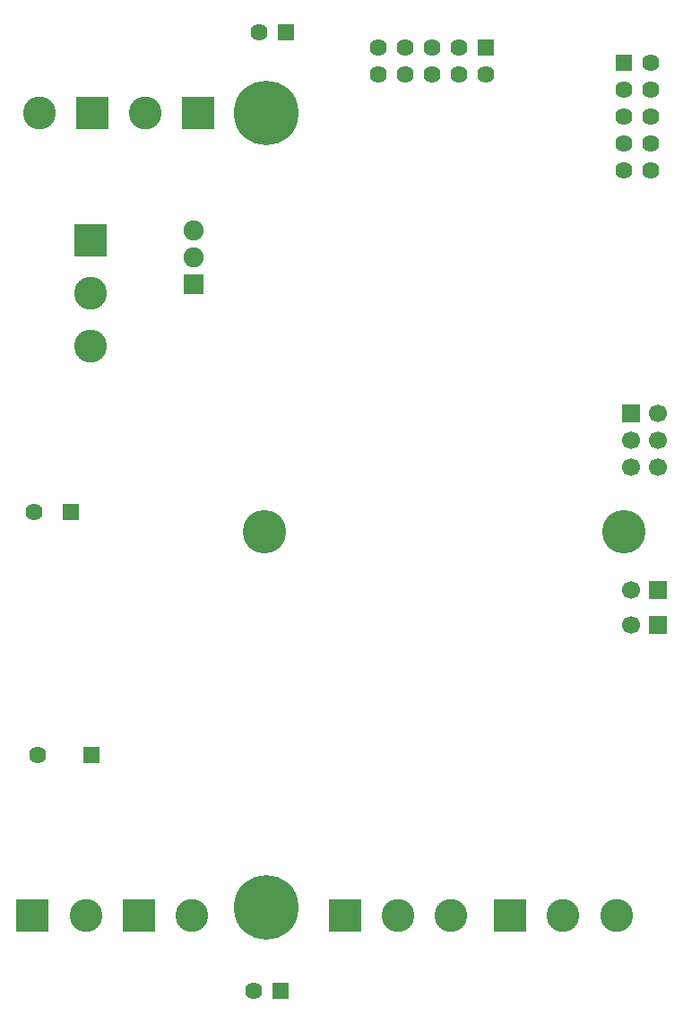
<source format=gbs>
G04 Layer_Color=16711935*
%FSLAX24Y24*%
%MOIN*%
G70*
G01*
G75*
%ADD108C,0.2402*%
%ADD109C,0.1614*%
%ADD110C,0.0748*%
%ADD111R,0.0748X0.0748*%
%ADD112C,0.0639*%
%ADD113R,0.0639X0.0639*%
%ADD114R,0.0669X0.0669*%
%ADD115C,0.0669*%
%ADD116R,0.1220X0.1220*%
%ADD117C,0.1220*%
%ADD118R,0.0639X0.0639*%
%ADD119R,0.0669X0.0669*%
%ADD120R,0.1220X0.1220*%
D108*
X47874Y45315D02*
D03*
Y15787D02*
D03*
D109*
X61191Y29754D02*
D03*
X47805D02*
D03*
D110*
X45177Y39961D02*
D03*
Y40945D02*
D03*
D111*
Y38976D02*
D03*
D112*
X54043Y46746D02*
D03*
Y47746D02*
D03*
X53043Y46746D02*
D03*
X52043D02*
D03*
X56043D02*
D03*
X55043D02*
D03*
X53043Y47746D02*
D03*
X52043D02*
D03*
X55043D02*
D03*
X62171Y45205D02*
D03*
X61171D02*
D03*
X62171Y44205D02*
D03*
Y43205D02*
D03*
Y47205D02*
D03*
Y46205D02*
D03*
X61171Y44205D02*
D03*
Y43205D02*
D03*
Y46205D02*
D03*
X47612Y48317D02*
D03*
X47425Y12687D02*
D03*
X39388Y21457D02*
D03*
X39242Y30482D02*
D03*
D113*
X56043Y47746D02*
D03*
X48612Y48317D02*
D03*
X48425Y12687D02*
D03*
X41388Y21457D02*
D03*
X40620Y30482D02*
D03*
D114*
X61467Y34154D02*
D03*
D115*
Y33154D02*
D03*
X62467Y34154D02*
D03*
Y33154D02*
D03*
X61467Y32154D02*
D03*
X62467D02*
D03*
X61470Y26289D02*
D03*
Y27579D02*
D03*
D116*
X41358Y40610D02*
D03*
D117*
Y38642D02*
D03*
Y36673D02*
D03*
X41171Y15482D02*
D03*
X58937D02*
D03*
X60906D02*
D03*
X52795D02*
D03*
X54764D02*
D03*
X43386Y45315D02*
D03*
X39449D02*
D03*
X45108Y15482D02*
D03*
D118*
X61171Y47205D02*
D03*
D119*
X62470Y26289D02*
D03*
Y27579D02*
D03*
D120*
X39203Y15482D02*
D03*
X56968D02*
D03*
X50827D02*
D03*
X45354Y45315D02*
D03*
X41417D02*
D03*
X43140Y15482D02*
D03*
M02*

</source>
